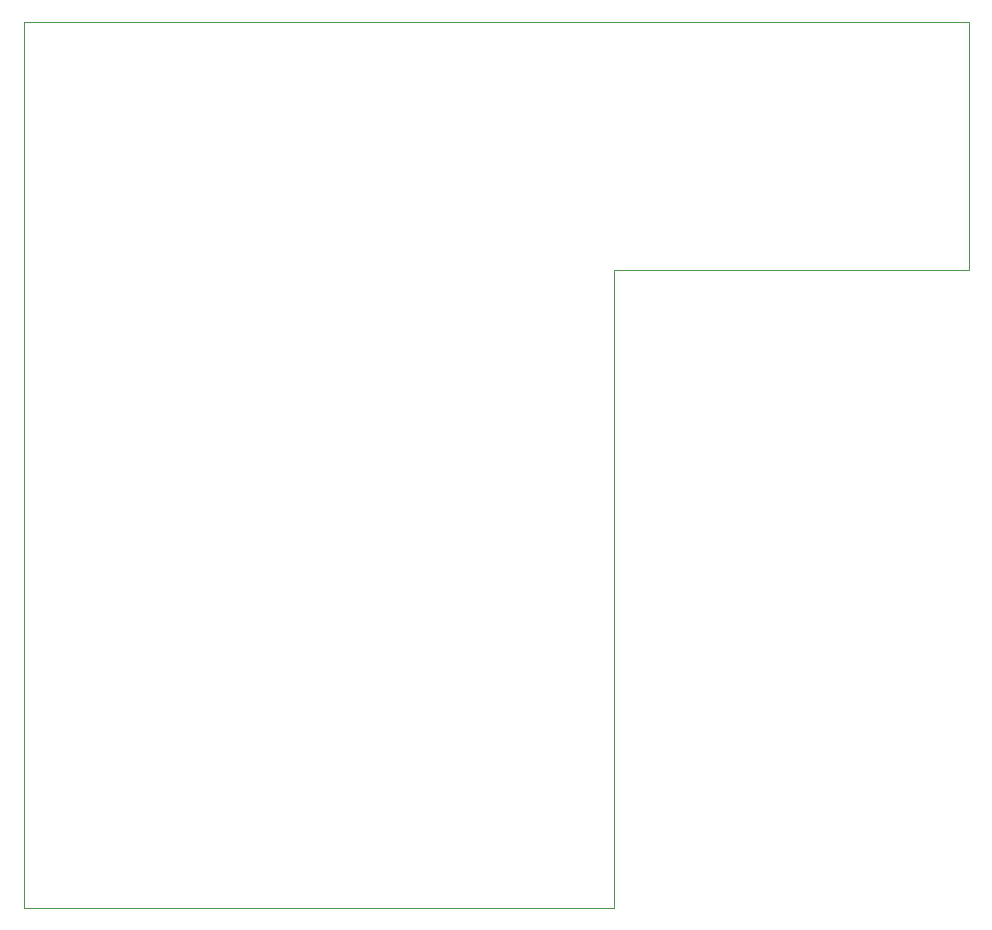
<source format=gbr>
%TF.GenerationSoftware,Altium Limited,Altium Designer,24.0.1 (36)*%
G04 Layer_Color=0*
%FSLAX45Y45*%
%MOMM*%
%TF.SameCoordinates,E2561F4A-6B88-4173-B20F-5EBD6E3589F9*%
%TF.FilePolarity,Positive*%
%TF.FileFunction,Profile,NP*%
%TF.Part,Single*%
G01*
G75*
%TA.AperFunction,Profile*%
%ADD98C,0.02540*%
D98*
X0Y0D02*
X5000000D01*
Y5400000D01*
X8000000D01*
Y7500000D01*
X0D01*
Y0D01*
%TF.MD5,80b0c2c82463ff4089c8fcb89b9820d5*%
M02*

</source>
